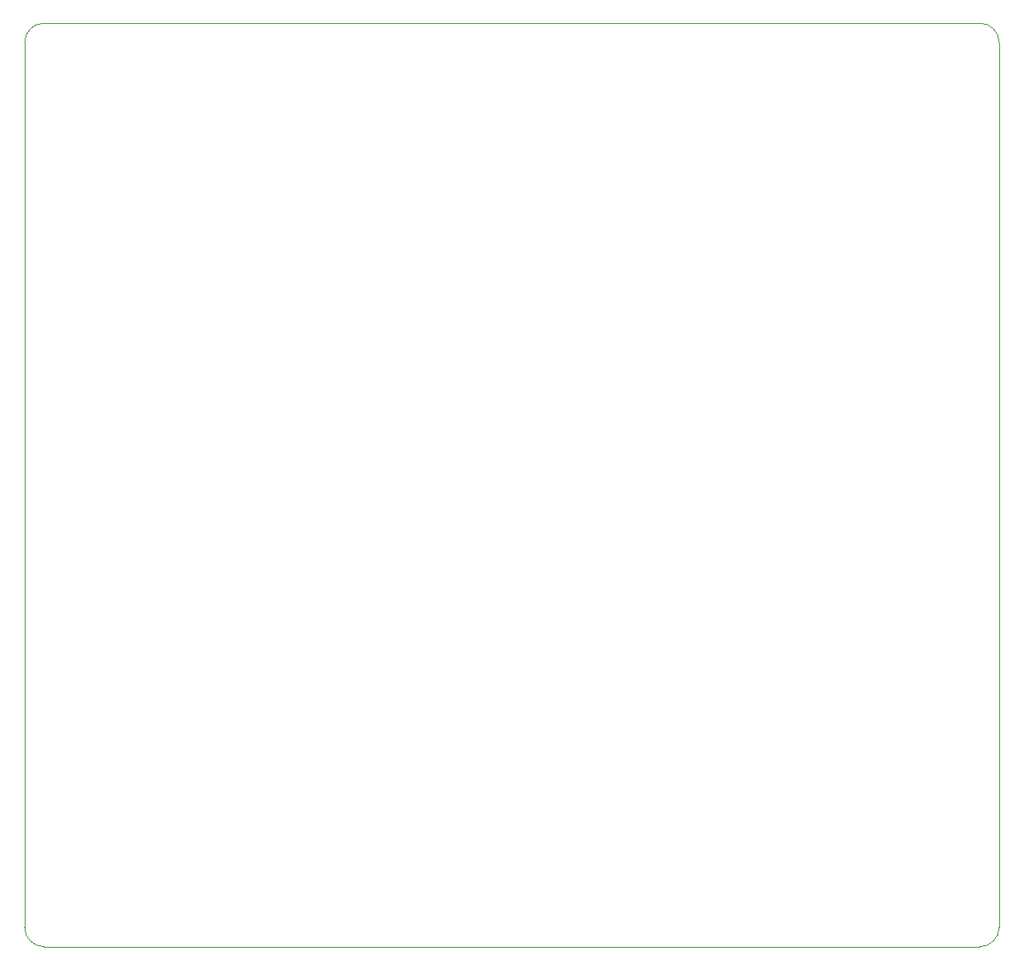
<source format=gbr>
%TF.GenerationSoftware,KiCad,Pcbnew,9.0.7*%
%TF.CreationDate,2026-02-15T13:03:06+01:00*%
%TF.ProjectId,handheldAerosolSensor,68616e64-6865-46c6-9441-65726f736f6c,Rev. 1.0*%
%TF.SameCoordinates,Original*%
%TF.FileFunction,Profile,NP*%
%FSLAX46Y46*%
G04 Gerber Fmt 4.6, Leading zero omitted, Abs format (unit mm)*
G04 Created by KiCad (PCBNEW 9.0.7) date 2026-02-15 13:03:06*
%MOMM*%
%LPD*%
G01*
G04 APERTURE LIST*
%TA.AperFunction,Profile*%
%ADD10C,0.050000*%
%TD*%
G04 APERTURE END LIST*
D10*
X127000000Y-45600000D02*
G75*
G02*
X129000000Y-43600000I2000000J0D01*
G01*
X225000000Y-43600000D02*
G75*
G02*
X227000000Y-45600000I0J-2000000D01*
G01*
X129000000Y-138400000D02*
G75*
G02*
X127000000Y-136400000I0J2000000D01*
G01*
X227000000Y-136400000D02*
G75*
G02*
X225000000Y-138400000I-2000000J0D01*
G01*
X127000000Y-136400000D02*
X127000000Y-45600000D01*
X227000000Y-45600000D02*
X227000000Y-136400000D01*
X129000000Y-43600000D02*
X225000000Y-43600000D01*
X225000000Y-138400000D02*
X129000000Y-138400000D01*
M02*

</source>
